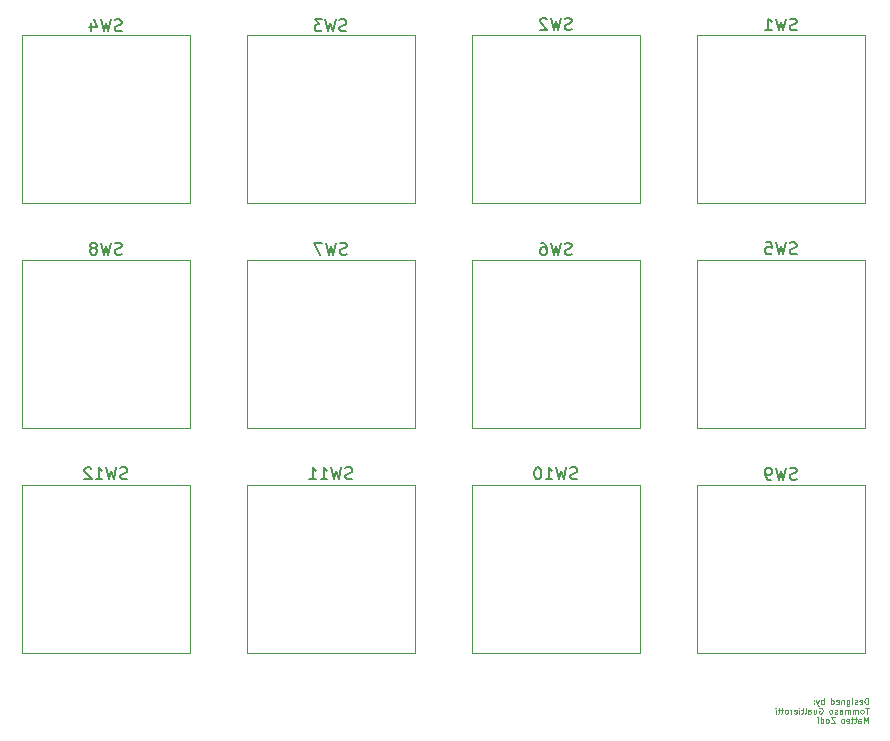
<source format=gbr>
%TF.GenerationSoftware,KiCad,Pcbnew,(6.0.10)*%
%TF.CreationDate,2023-01-10T16:59:13+01:00*%
%TF.ProjectId,rp2040_keyboard,72703230-3430-45f6-9b65-79626f617264,rev?*%
%TF.SameCoordinates,Original*%
%TF.FileFunction,Legend,Bot*%
%TF.FilePolarity,Positive*%
%FSLAX46Y46*%
G04 Gerber Fmt 4.6, Leading zero omitted, Abs format (unit mm)*
G04 Created by KiCad (PCBNEW (6.0.10)) date 2023-01-10 16:59:13*
%MOMM*%
%LPD*%
G01*
G04 APERTURE LIST*
%ADD10C,0.050000*%
%ADD11C,0.150000*%
%ADD12C,0.120000*%
G04 APERTURE END LIST*
D10*
X123952852Y-109250790D02*
X123952852Y-108750790D01*
X123833804Y-108750790D01*
X123762376Y-108774600D01*
X123714757Y-108822219D01*
X123690947Y-108869838D01*
X123667138Y-108965076D01*
X123667138Y-109036504D01*
X123690947Y-109131742D01*
X123714757Y-109179361D01*
X123762376Y-109226980D01*
X123833804Y-109250790D01*
X123952852Y-109250790D01*
X123262376Y-109226980D02*
X123309995Y-109250790D01*
X123405233Y-109250790D01*
X123452852Y-109226980D01*
X123476661Y-109179361D01*
X123476661Y-108988885D01*
X123452852Y-108941266D01*
X123405233Y-108917457D01*
X123309995Y-108917457D01*
X123262376Y-108941266D01*
X123238566Y-108988885D01*
X123238566Y-109036504D01*
X123476661Y-109084123D01*
X123048090Y-109226980D02*
X123000471Y-109250790D01*
X122905233Y-109250790D01*
X122857614Y-109226980D01*
X122833804Y-109179361D01*
X122833804Y-109155552D01*
X122857614Y-109107933D01*
X122905233Y-109084123D01*
X122976661Y-109084123D01*
X123024280Y-109060314D01*
X123048090Y-109012695D01*
X123048090Y-108988885D01*
X123024280Y-108941266D01*
X122976661Y-108917457D01*
X122905233Y-108917457D01*
X122857614Y-108941266D01*
X122619519Y-109250790D02*
X122619519Y-108917457D01*
X122619519Y-108750790D02*
X122643328Y-108774600D01*
X122619519Y-108798409D01*
X122595709Y-108774600D01*
X122619519Y-108750790D01*
X122619519Y-108798409D01*
X122167138Y-108917457D02*
X122167138Y-109322219D01*
X122190947Y-109369838D01*
X122214757Y-109393647D01*
X122262376Y-109417457D01*
X122333804Y-109417457D01*
X122381423Y-109393647D01*
X122167138Y-109226980D02*
X122214757Y-109250790D01*
X122309995Y-109250790D01*
X122357614Y-109226980D01*
X122381423Y-109203171D01*
X122405233Y-109155552D01*
X122405233Y-109012695D01*
X122381423Y-108965076D01*
X122357614Y-108941266D01*
X122309995Y-108917457D01*
X122214757Y-108917457D01*
X122167138Y-108941266D01*
X121929042Y-108917457D02*
X121929042Y-109250790D01*
X121929042Y-108965076D02*
X121905233Y-108941266D01*
X121857614Y-108917457D01*
X121786185Y-108917457D01*
X121738566Y-108941266D01*
X121714757Y-108988885D01*
X121714757Y-109250790D01*
X121286185Y-109226980D02*
X121333804Y-109250790D01*
X121429042Y-109250790D01*
X121476661Y-109226980D01*
X121500471Y-109179361D01*
X121500471Y-108988885D01*
X121476661Y-108941266D01*
X121429042Y-108917457D01*
X121333804Y-108917457D01*
X121286185Y-108941266D01*
X121262376Y-108988885D01*
X121262376Y-109036504D01*
X121500471Y-109084123D01*
X120833804Y-109250790D02*
X120833804Y-108750790D01*
X120833804Y-109226980D02*
X120881423Y-109250790D01*
X120976661Y-109250790D01*
X121024280Y-109226980D01*
X121048090Y-109203171D01*
X121071900Y-109155552D01*
X121071900Y-109012695D01*
X121048090Y-108965076D01*
X121024280Y-108941266D01*
X120976661Y-108917457D01*
X120881423Y-108917457D01*
X120833804Y-108941266D01*
X120214757Y-109250790D02*
X120214757Y-108750790D01*
X120214757Y-108941266D02*
X120167138Y-108917457D01*
X120071900Y-108917457D01*
X120024280Y-108941266D01*
X120000471Y-108965076D01*
X119976661Y-109012695D01*
X119976661Y-109155552D01*
X120000471Y-109203171D01*
X120024280Y-109226980D01*
X120071900Y-109250790D01*
X120167138Y-109250790D01*
X120214757Y-109226980D01*
X119809995Y-108917457D02*
X119690947Y-109250790D01*
X119571900Y-108917457D02*
X119690947Y-109250790D01*
X119738566Y-109369838D01*
X119762376Y-109393647D01*
X119809995Y-109417457D01*
X119381423Y-109203171D02*
X119357614Y-109226980D01*
X119381423Y-109250790D01*
X119405233Y-109226980D01*
X119381423Y-109203171D01*
X119381423Y-109250790D01*
X119381423Y-108941266D02*
X119357614Y-108965076D01*
X119381423Y-108988885D01*
X119405233Y-108965076D01*
X119381423Y-108941266D01*
X119381423Y-108988885D01*
X124024280Y-109555790D02*
X123738566Y-109555790D01*
X123881423Y-110055790D02*
X123881423Y-109555790D01*
X123500471Y-110055790D02*
X123548090Y-110031980D01*
X123571900Y-110008171D01*
X123595709Y-109960552D01*
X123595709Y-109817695D01*
X123571900Y-109770076D01*
X123548090Y-109746266D01*
X123500471Y-109722457D01*
X123429042Y-109722457D01*
X123381423Y-109746266D01*
X123357614Y-109770076D01*
X123333804Y-109817695D01*
X123333804Y-109960552D01*
X123357614Y-110008171D01*
X123381423Y-110031980D01*
X123429042Y-110055790D01*
X123500471Y-110055790D01*
X123119519Y-110055790D02*
X123119519Y-109722457D01*
X123119519Y-109770076D02*
X123095709Y-109746266D01*
X123048090Y-109722457D01*
X122976661Y-109722457D01*
X122929042Y-109746266D01*
X122905233Y-109793885D01*
X122905233Y-110055790D01*
X122905233Y-109793885D02*
X122881423Y-109746266D01*
X122833804Y-109722457D01*
X122762376Y-109722457D01*
X122714757Y-109746266D01*
X122690947Y-109793885D01*
X122690947Y-110055790D01*
X122452852Y-110055790D02*
X122452852Y-109722457D01*
X122452852Y-109770076D02*
X122429042Y-109746266D01*
X122381423Y-109722457D01*
X122309995Y-109722457D01*
X122262376Y-109746266D01*
X122238566Y-109793885D01*
X122238566Y-110055790D01*
X122238566Y-109793885D02*
X122214757Y-109746266D01*
X122167138Y-109722457D01*
X122095709Y-109722457D01*
X122048090Y-109746266D01*
X122024280Y-109793885D01*
X122024280Y-110055790D01*
X121571900Y-110055790D02*
X121571900Y-109793885D01*
X121595709Y-109746266D01*
X121643328Y-109722457D01*
X121738566Y-109722457D01*
X121786185Y-109746266D01*
X121571900Y-110031980D02*
X121619519Y-110055790D01*
X121738566Y-110055790D01*
X121786185Y-110031980D01*
X121809995Y-109984361D01*
X121809995Y-109936742D01*
X121786185Y-109889123D01*
X121738566Y-109865314D01*
X121619519Y-109865314D01*
X121571900Y-109841504D01*
X121357614Y-110031980D02*
X121309995Y-110055790D01*
X121214757Y-110055790D01*
X121167138Y-110031980D01*
X121143328Y-109984361D01*
X121143328Y-109960552D01*
X121167138Y-109912933D01*
X121214757Y-109889123D01*
X121286185Y-109889123D01*
X121333804Y-109865314D01*
X121357614Y-109817695D01*
X121357614Y-109793885D01*
X121333804Y-109746266D01*
X121286185Y-109722457D01*
X121214757Y-109722457D01*
X121167138Y-109746266D01*
X120857614Y-110055790D02*
X120905233Y-110031980D01*
X120929042Y-110008171D01*
X120952852Y-109960552D01*
X120952852Y-109817695D01*
X120929042Y-109770076D01*
X120905233Y-109746266D01*
X120857614Y-109722457D01*
X120786185Y-109722457D01*
X120738566Y-109746266D01*
X120714757Y-109770076D01*
X120690947Y-109817695D01*
X120690947Y-109960552D01*
X120714757Y-110008171D01*
X120738566Y-110031980D01*
X120786185Y-110055790D01*
X120857614Y-110055790D01*
X119833804Y-109579600D02*
X119881423Y-109555790D01*
X119952852Y-109555790D01*
X120024280Y-109579600D01*
X120071900Y-109627219D01*
X120095709Y-109674838D01*
X120119519Y-109770076D01*
X120119519Y-109841504D01*
X120095709Y-109936742D01*
X120071900Y-109984361D01*
X120024280Y-110031980D01*
X119952852Y-110055790D01*
X119905233Y-110055790D01*
X119833804Y-110031980D01*
X119809995Y-110008171D01*
X119809995Y-109841504D01*
X119905233Y-109841504D01*
X119381423Y-109722457D02*
X119381423Y-110055790D01*
X119595709Y-109722457D02*
X119595709Y-109984361D01*
X119571900Y-110031980D01*
X119524280Y-110055790D01*
X119452852Y-110055790D01*
X119405233Y-110031980D01*
X119381423Y-110008171D01*
X118929042Y-110055790D02*
X118929042Y-109793885D01*
X118952852Y-109746266D01*
X119000471Y-109722457D01*
X119095709Y-109722457D01*
X119143328Y-109746266D01*
X118929042Y-110031980D02*
X118976661Y-110055790D01*
X119095709Y-110055790D01*
X119143328Y-110031980D01*
X119167138Y-109984361D01*
X119167138Y-109936742D01*
X119143328Y-109889123D01*
X119095709Y-109865314D01*
X118976661Y-109865314D01*
X118929042Y-109841504D01*
X118619519Y-110055790D02*
X118667138Y-110031980D01*
X118690947Y-109984361D01*
X118690947Y-109555790D01*
X118500471Y-109722457D02*
X118309995Y-109722457D01*
X118429042Y-109555790D02*
X118429042Y-109984361D01*
X118405233Y-110031980D01*
X118357614Y-110055790D01*
X118309995Y-110055790D01*
X118143328Y-110055790D02*
X118143328Y-109722457D01*
X118143328Y-109555790D02*
X118167138Y-109579600D01*
X118143328Y-109603409D01*
X118119519Y-109579600D01*
X118143328Y-109555790D01*
X118143328Y-109603409D01*
X117714757Y-110031980D02*
X117762376Y-110055790D01*
X117857614Y-110055790D01*
X117905233Y-110031980D01*
X117929042Y-109984361D01*
X117929042Y-109793885D01*
X117905233Y-109746266D01*
X117857614Y-109722457D01*
X117762376Y-109722457D01*
X117714757Y-109746266D01*
X117690947Y-109793885D01*
X117690947Y-109841504D01*
X117929042Y-109889123D01*
X117476661Y-110055790D02*
X117476661Y-109722457D01*
X117476661Y-109817695D02*
X117452852Y-109770076D01*
X117429042Y-109746266D01*
X117381423Y-109722457D01*
X117333804Y-109722457D01*
X117095709Y-110055790D02*
X117143328Y-110031980D01*
X117167138Y-110008171D01*
X117190947Y-109960552D01*
X117190947Y-109817695D01*
X117167138Y-109770076D01*
X117143328Y-109746266D01*
X117095709Y-109722457D01*
X117024280Y-109722457D01*
X116976661Y-109746266D01*
X116952852Y-109770076D01*
X116929042Y-109817695D01*
X116929042Y-109960552D01*
X116952852Y-110008171D01*
X116976661Y-110031980D01*
X117024280Y-110055790D01*
X117095709Y-110055790D01*
X116786185Y-109722457D02*
X116595709Y-109722457D01*
X116714757Y-109555790D02*
X116714757Y-109984361D01*
X116690947Y-110031980D01*
X116643328Y-110055790D01*
X116595709Y-110055790D01*
X116500471Y-109722457D02*
X116309995Y-109722457D01*
X116429042Y-109555790D02*
X116429042Y-109984361D01*
X116405233Y-110031980D01*
X116357614Y-110055790D01*
X116309995Y-110055790D01*
X116143328Y-110055790D02*
X116143328Y-109722457D01*
X116143328Y-109555790D02*
X116167138Y-109579600D01*
X116143328Y-109603409D01*
X116119519Y-109579600D01*
X116143328Y-109555790D01*
X116143328Y-109603409D01*
X123952852Y-110860790D02*
X123952852Y-110360790D01*
X123786185Y-110717933D01*
X123619519Y-110360790D01*
X123619519Y-110860790D01*
X123167138Y-110860790D02*
X123167138Y-110598885D01*
X123190947Y-110551266D01*
X123238566Y-110527457D01*
X123333804Y-110527457D01*
X123381423Y-110551266D01*
X123167138Y-110836980D02*
X123214757Y-110860790D01*
X123333804Y-110860790D01*
X123381423Y-110836980D01*
X123405233Y-110789361D01*
X123405233Y-110741742D01*
X123381423Y-110694123D01*
X123333804Y-110670314D01*
X123214757Y-110670314D01*
X123167138Y-110646504D01*
X123000471Y-110527457D02*
X122809995Y-110527457D01*
X122929042Y-110360790D02*
X122929042Y-110789361D01*
X122905233Y-110836980D01*
X122857614Y-110860790D01*
X122809995Y-110860790D01*
X122714757Y-110527457D02*
X122524280Y-110527457D01*
X122643328Y-110360790D02*
X122643328Y-110789361D01*
X122619519Y-110836980D01*
X122571900Y-110860790D01*
X122524280Y-110860790D01*
X122167138Y-110836980D02*
X122214757Y-110860790D01*
X122309995Y-110860790D01*
X122357614Y-110836980D01*
X122381423Y-110789361D01*
X122381423Y-110598885D01*
X122357614Y-110551266D01*
X122309995Y-110527457D01*
X122214757Y-110527457D01*
X122167138Y-110551266D01*
X122143328Y-110598885D01*
X122143328Y-110646504D01*
X122381423Y-110694123D01*
X121857614Y-110860790D02*
X121905233Y-110836980D01*
X121929042Y-110813171D01*
X121952852Y-110765552D01*
X121952852Y-110622695D01*
X121929042Y-110575076D01*
X121905233Y-110551266D01*
X121857614Y-110527457D01*
X121786185Y-110527457D01*
X121738566Y-110551266D01*
X121714757Y-110575076D01*
X121690947Y-110622695D01*
X121690947Y-110765552D01*
X121714757Y-110813171D01*
X121738566Y-110836980D01*
X121786185Y-110860790D01*
X121857614Y-110860790D01*
X121143328Y-110360790D02*
X120809995Y-110360790D01*
X121143328Y-110860790D01*
X120809995Y-110860790D01*
X120548090Y-110860790D02*
X120595709Y-110836980D01*
X120619519Y-110813171D01*
X120643328Y-110765552D01*
X120643328Y-110622695D01*
X120619519Y-110575076D01*
X120595709Y-110551266D01*
X120548090Y-110527457D01*
X120476661Y-110527457D01*
X120429042Y-110551266D01*
X120405233Y-110575076D01*
X120381423Y-110622695D01*
X120381423Y-110765552D01*
X120405233Y-110813171D01*
X120429042Y-110836980D01*
X120476661Y-110860790D01*
X120548090Y-110860790D01*
X119952852Y-110860790D02*
X119952852Y-110360790D01*
X119952852Y-110836980D02*
X120000471Y-110860790D01*
X120095709Y-110860790D01*
X120143328Y-110836980D01*
X120167138Y-110813171D01*
X120190947Y-110765552D01*
X120190947Y-110622695D01*
X120167138Y-110575076D01*
X120143328Y-110551266D01*
X120095709Y-110527457D01*
X120000471Y-110527457D01*
X119952852Y-110551266D01*
X119714757Y-110860790D02*
X119714757Y-110527457D01*
X119714757Y-110360790D02*
X119738566Y-110384600D01*
X119714757Y-110408409D01*
X119690947Y-110384600D01*
X119714757Y-110360790D01*
X119714757Y-110408409D01*
D11*
%TO.C,SW1*%
X117919333Y-52169961D02*
X117776476Y-52217580D01*
X117538380Y-52217580D01*
X117443142Y-52169961D01*
X117395523Y-52122342D01*
X117347904Y-52027104D01*
X117347904Y-51931866D01*
X117395523Y-51836628D01*
X117443142Y-51789009D01*
X117538380Y-51741390D01*
X117728857Y-51693771D01*
X117824095Y-51646152D01*
X117871714Y-51598533D01*
X117919333Y-51503295D01*
X117919333Y-51408057D01*
X117871714Y-51312819D01*
X117824095Y-51265200D01*
X117728857Y-51217580D01*
X117490761Y-51217580D01*
X117347904Y-51265200D01*
X117014571Y-51217580D02*
X116776476Y-52217580D01*
X116586000Y-51503295D01*
X116395523Y-52217580D01*
X116157428Y-51217580D01*
X115252666Y-52217580D02*
X115824095Y-52217580D01*
X115538380Y-52217580D02*
X115538380Y-51217580D01*
X115633619Y-51360438D01*
X115728857Y-51455676D01*
X115824095Y-51503295D01*
%TO.C,SW7*%
X79819333Y-71144761D02*
X79676476Y-71192380D01*
X79438380Y-71192380D01*
X79343142Y-71144761D01*
X79295523Y-71097142D01*
X79247904Y-71001904D01*
X79247904Y-70906666D01*
X79295523Y-70811428D01*
X79343142Y-70763809D01*
X79438380Y-70716190D01*
X79628857Y-70668571D01*
X79724095Y-70620952D01*
X79771714Y-70573333D01*
X79819333Y-70478095D01*
X79819333Y-70382857D01*
X79771714Y-70287619D01*
X79724095Y-70240000D01*
X79628857Y-70192380D01*
X79390761Y-70192380D01*
X79247904Y-70240000D01*
X78914571Y-70192380D02*
X78676476Y-71192380D01*
X78486000Y-70478095D01*
X78295523Y-71192380D01*
X78057428Y-70192380D01*
X77771714Y-70192380D02*
X77105047Y-70192380D01*
X77533619Y-71192380D01*
%TO.C,SW5*%
X117919333Y-71118361D02*
X117776476Y-71165980D01*
X117538380Y-71165980D01*
X117443142Y-71118361D01*
X117395523Y-71070742D01*
X117347904Y-70975504D01*
X117347904Y-70880266D01*
X117395523Y-70785028D01*
X117443142Y-70737409D01*
X117538380Y-70689790D01*
X117728857Y-70642171D01*
X117824095Y-70594552D01*
X117871714Y-70546933D01*
X117919333Y-70451695D01*
X117919333Y-70356457D01*
X117871714Y-70261219D01*
X117824095Y-70213600D01*
X117728857Y-70165980D01*
X117490761Y-70165980D01*
X117347904Y-70213600D01*
X117014571Y-70165980D02*
X116776476Y-71165980D01*
X116586000Y-70451695D01*
X116395523Y-71165980D01*
X116157428Y-70165980D01*
X115300285Y-70165980D02*
X115776476Y-70165980D01*
X115824095Y-70642171D01*
X115776476Y-70594552D01*
X115681238Y-70546933D01*
X115443142Y-70546933D01*
X115347904Y-70594552D01*
X115300285Y-70642171D01*
X115252666Y-70737409D01*
X115252666Y-70975504D01*
X115300285Y-71070742D01*
X115347904Y-71118361D01*
X115443142Y-71165980D01*
X115681238Y-71165980D01*
X115776476Y-71118361D01*
X115824095Y-71070742D01*
%TO.C,SW2*%
X98869333Y-52119161D02*
X98726476Y-52166780D01*
X98488380Y-52166780D01*
X98393142Y-52119161D01*
X98345523Y-52071542D01*
X98297904Y-51976304D01*
X98297904Y-51881066D01*
X98345523Y-51785828D01*
X98393142Y-51738209D01*
X98488380Y-51690590D01*
X98678857Y-51642971D01*
X98774095Y-51595352D01*
X98821714Y-51547733D01*
X98869333Y-51452495D01*
X98869333Y-51357257D01*
X98821714Y-51262019D01*
X98774095Y-51214400D01*
X98678857Y-51166780D01*
X98440761Y-51166780D01*
X98297904Y-51214400D01*
X97964571Y-51166780D02*
X97726476Y-52166780D01*
X97536000Y-51452495D01*
X97345523Y-52166780D01*
X97107428Y-51166780D01*
X96774095Y-51262019D02*
X96726476Y-51214400D01*
X96631238Y-51166780D01*
X96393142Y-51166780D01*
X96297904Y-51214400D01*
X96250285Y-51262019D01*
X96202666Y-51357257D01*
X96202666Y-51452495D01*
X96250285Y-51595352D01*
X96821714Y-52166780D01*
X96202666Y-52166780D01*
%TO.C,SW6*%
X98869333Y-71169161D02*
X98726476Y-71216780D01*
X98488380Y-71216780D01*
X98393142Y-71169161D01*
X98345523Y-71121542D01*
X98297904Y-71026304D01*
X98297904Y-70931066D01*
X98345523Y-70835828D01*
X98393142Y-70788209D01*
X98488380Y-70740590D01*
X98678857Y-70692971D01*
X98774095Y-70645352D01*
X98821714Y-70597733D01*
X98869333Y-70502495D01*
X98869333Y-70407257D01*
X98821714Y-70312019D01*
X98774095Y-70264400D01*
X98678857Y-70216780D01*
X98440761Y-70216780D01*
X98297904Y-70264400D01*
X97964571Y-70216780D02*
X97726476Y-71216780D01*
X97536000Y-70502495D01*
X97345523Y-71216780D01*
X97107428Y-70216780D01*
X96297904Y-70216780D02*
X96488380Y-70216780D01*
X96583619Y-70264400D01*
X96631238Y-70312019D01*
X96726476Y-70454876D01*
X96774095Y-70645352D01*
X96774095Y-71026304D01*
X96726476Y-71121542D01*
X96678857Y-71169161D01*
X96583619Y-71216780D01*
X96393142Y-71216780D01*
X96297904Y-71169161D01*
X96250285Y-71121542D01*
X96202666Y-71026304D01*
X96202666Y-70788209D01*
X96250285Y-70692971D01*
X96297904Y-70645352D01*
X96393142Y-70597733D01*
X96583619Y-70597733D01*
X96678857Y-70645352D01*
X96726476Y-70692971D01*
X96774095Y-70788209D01*
%TO.C,SW10*%
X99345523Y-90168361D02*
X99202666Y-90215980D01*
X98964571Y-90215980D01*
X98869333Y-90168361D01*
X98821714Y-90120742D01*
X98774095Y-90025504D01*
X98774095Y-89930266D01*
X98821714Y-89835028D01*
X98869333Y-89787409D01*
X98964571Y-89739790D01*
X99155047Y-89692171D01*
X99250285Y-89644552D01*
X99297904Y-89596933D01*
X99345523Y-89501695D01*
X99345523Y-89406457D01*
X99297904Y-89311219D01*
X99250285Y-89263600D01*
X99155047Y-89215980D01*
X98916952Y-89215980D01*
X98774095Y-89263600D01*
X98440761Y-89215980D02*
X98202666Y-90215980D01*
X98012190Y-89501695D01*
X97821714Y-90215980D01*
X97583619Y-89215980D01*
X96678857Y-90215980D02*
X97250285Y-90215980D01*
X96964571Y-90215980D02*
X96964571Y-89215980D01*
X97059809Y-89358838D01*
X97155047Y-89454076D01*
X97250285Y-89501695D01*
X96059809Y-89215980D02*
X95964571Y-89215980D01*
X95869333Y-89263600D01*
X95821714Y-89311219D01*
X95774095Y-89406457D01*
X95726476Y-89596933D01*
X95726476Y-89835028D01*
X95774095Y-90025504D01*
X95821714Y-90120742D01*
X95869333Y-90168361D01*
X95964571Y-90215980D01*
X96059809Y-90215980D01*
X96155047Y-90168361D01*
X96202666Y-90120742D01*
X96250285Y-90025504D01*
X96297904Y-89835028D01*
X96297904Y-89596933D01*
X96250285Y-89406457D01*
X96202666Y-89311219D01*
X96155047Y-89263600D01*
X96059809Y-89215980D01*
%TO.C,SW8*%
X60769333Y-71143761D02*
X60626476Y-71191380D01*
X60388380Y-71191380D01*
X60293142Y-71143761D01*
X60245523Y-71096142D01*
X60197904Y-71000904D01*
X60197904Y-70905666D01*
X60245523Y-70810428D01*
X60293142Y-70762809D01*
X60388380Y-70715190D01*
X60578857Y-70667571D01*
X60674095Y-70619952D01*
X60721714Y-70572333D01*
X60769333Y-70477095D01*
X60769333Y-70381857D01*
X60721714Y-70286619D01*
X60674095Y-70239000D01*
X60578857Y-70191380D01*
X60340761Y-70191380D01*
X60197904Y-70239000D01*
X59864571Y-70191380D02*
X59626476Y-71191380D01*
X59436000Y-70477095D01*
X59245523Y-71191380D01*
X59007428Y-70191380D01*
X58483619Y-70619952D02*
X58578857Y-70572333D01*
X58626476Y-70524714D01*
X58674095Y-70429476D01*
X58674095Y-70381857D01*
X58626476Y-70286619D01*
X58578857Y-70239000D01*
X58483619Y-70191380D01*
X58293142Y-70191380D01*
X58197904Y-70239000D01*
X58150285Y-70286619D01*
X58102666Y-70381857D01*
X58102666Y-70429476D01*
X58150285Y-70524714D01*
X58197904Y-70572333D01*
X58293142Y-70619952D01*
X58483619Y-70619952D01*
X58578857Y-70667571D01*
X58626476Y-70715190D01*
X58674095Y-70810428D01*
X58674095Y-71000904D01*
X58626476Y-71096142D01*
X58578857Y-71143761D01*
X58483619Y-71191380D01*
X58293142Y-71191380D01*
X58197904Y-71143761D01*
X58150285Y-71096142D01*
X58102666Y-71000904D01*
X58102666Y-70810428D01*
X58150285Y-70715190D01*
X58197904Y-70667571D01*
X58293142Y-70619952D01*
%TO.C,SW11*%
X80295523Y-90168361D02*
X80152666Y-90215980D01*
X79914571Y-90215980D01*
X79819333Y-90168361D01*
X79771714Y-90120742D01*
X79724095Y-90025504D01*
X79724095Y-89930266D01*
X79771714Y-89835028D01*
X79819333Y-89787409D01*
X79914571Y-89739790D01*
X80105047Y-89692171D01*
X80200285Y-89644552D01*
X80247904Y-89596933D01*
X80295523Y-89501695D01*
X80295523Y-89406457D01*
X80247904Y-89311219D01*
X80200285Y-89263600D01*
X80105047Y-89215980D01*
X79866952Y-89215980D01*
X79724095Y-89263600D01*
X79390761Y-89215980D02*
X79152666Y-90215980D01*
X78962190Y-89501695D01*
X78771714Y-90215980D01*
X78533619Y-89215980D01*
X77628857Y-90215980D02*
X78200285Y-90215980D01*
X77914571Y-90215980D02*
X77914571Y-89215980D01*
X78009809Y-89358838D01*
X78105047Y-89454076D01*
X78200285Y-89501695D01*
X76676476Y-90215980D02*
X77247904Y-90215980D01*
X76962190Y-90215980D02*
X76962190Y-89215980D01*
X77057428Y-89358838D01*
X77152666Y-89454076D01*
X77247904Y-89501695D01*
%TO.C,SW9*%
X117919333Y-90193761D02*
X117776476Y-90241380D01*
X117538380Y-90241380D01*
X117443142Y-90193761D01*
X117395523Y-90146142D01*
X117347904Y-90050904D01*
X117347904Y-89955666D01*
X117395523Y-89860428D01*
X117443142Y-89812809D01*
X117538380Y-89765190D01*
X117728857Y-89717571D01*
X117824095Y-89669952D01*
X117871714Y-89622333D01*
X117919333Y-89527095D01*
X117919333Y-89431857D01*
X117871714Y-89336619D01*
X117824095Y-89289000D01*
X117728857Y-89241380D01*
X117490761Y-89241380D01*
X117347904Y-89289000D01*
X117014571Y-89241380D02*
X116776476Y-90241380D01*
X116586000Y-89527095D01*
X116395523Y-90241380D01*
X116157428Y-89241380D01*
X115728857Y-90241380D02*
X115538380Y-90241380D01*
X115443142Y-90193761D01*
X115395523Y-90146142D01*
X115300285Y-90003285D01*
X115252666Y-89812809D01*
X115252666Y-89431857D01*
X115300285Y-89336619D01*
X115347904Y-89289000D01*
X115443142Y-89241380D01*
X115633619Y-89241380D01*
X115728857Y-89289000D01*
X115776476Y-89336619D01*
X115824095Y-89431857D01*
X115824095Y-89669952D01*
X115776476Y-89765190D01*
X115728857Y-89812809D01*
X115633619Y-89860428D01*
X115443142Y-89860428D01*
X115347904Y-89812809D01*
X115300285Y-89765190D01*
X115252666Y-89669952D01*
%TO.C,SW12*%
X61245523Y-90168361D02*
X61102666Y-90215980D01*
X60864571Y-90215980D01*
X60769333Y-90168361D01*
X60721714Y-90120742D01*
X60674095Y-90025504D01*
X60674095Y-89930266D01*
X60721714Y-89835028D01*
X60769333Y-89787409D01*
X60864571Y-89739790D01*
X61055047Y-89692171D01*
X61150285Y-89644552D01*
X61197904Y-89596933D01*
X61245523Y-89501695D01*
X61245523Y-89406457D01*
X61197904Y-89311219D01*
X61150285Y-89263600D01*
X61055047Y-89215980D01*
X60816952Y-89215980D01*
X60674095Y-89263600D01*
X60340761Y-89215980D02*
X60102666Y-90215980D01*
X59912190Y-89501695D01*
X59721714Y-90215980D01*
X59483619Y-89215980D01*
X58578857Y-90215980D02*
X59150285Y-90215980D01*
X58864571Y-90215980D02*
X58864571Y-89215980D01*
X58959809Y-89358838D01*
X59055047Y-89454076D01*
X59150285Y-89501695D01*
X58197904Y-89311219D02*
X58150285Y-89263600D01*
X58055047Y-89215980D01*
X57816952Y-89215980D01*
X57721714Y-89263600D01*
X57674095Y-89311219D01*
X57626476Y-89406457D01*
X57626476Y-89501695D01*
X57674095Y-89644552D01*
X58245523Y-90215980D01*
X57626476Y-90215980D01*
%TO.C,SW4*%
X60769333Y-52246161D02*
X60626476Y-52293780D01*
X60388380Y-52293780D01*
X60293142Y-52246161D01*
X60245523Y-52198542D01*
X60197904Y-52103304D01*
X60197904Y-52008066D01*
X60245523Y-51912828D01*
X60293142Y-51865209D01*
X60388380Y-51817590D01*
X60578857Y-51769971D01*
X60674095Y-51722352D01*
X60721714Y-51674733D01*
X60769333Y-51579495D01*
X60769333Y-51484257D01*
X60721714Y-51389019D01*
X60674095Y-51341400D01*
X60578857Y-51293780D01*
X60340761Y-51293780D01*
X60197904Y-51341400D01*
X59864571Y-51293780D02*
X59626476Y-52293780D01*
X59436000Y-51579495D01*
X59245523Y-52293780D01*
X59007428Y-51293780D01*
X58197904Y-51627114D02*
X58197904Y-52293780D01*
X58436000Y-51246161D02*
X58674095Y-51960447D01*
X58055047Y-51960447D01*
%TO.C,SW3*%
X79793933Y-52246161D02*
X79651076Y-52293780D01*
X79412980Y-52293780D01*
X79317742Y-52246161D01*
X79270123Y-52198542D01*
X79222504Y-52103304D01*
X79222504Y-52008066D01*
X79270123Y-51912828D01*
X79317742Y-51865209D01*
X79412980Y-51817590D01*
X79603457Y-51769971D01*
X79698695Y-51722352D01*
X79746314Y-51674733D01*
X79793933Y-51579495D01*
X79793933Y-51484257D01*
X79746314Y-51389019D01*
X79698695Y-51341400D01*
X79603457Y-51293780D01*
X79365361Y-51293780D01*
X79222504Y-51341400D01*
X78889171Y-51293780D02*
X78651076Y-52293780D01*
X78460600Y-51579495D01*
X78270123Y-52293780D01*
X78032028Y-51293780D01*
X77746314Y-51293780D02*
X77127266Y-51293780D01*
X77460600Y-51674733D01*
X77317742Y-51674733D01*
X77222504Y-51722352D01*
X77174885Y-51769971D01*
X77127266Y-51865209D01*
X77127266Y-52103304D01*
X77174885Y-52198542D01*
X77222504Y-52246161D01*
X77317742Y-52293780D01*
X77603457Y-52293780D01*
X77698695Y-52246161D01*
X77746314Y-52198542D01*
D12*
%TO.C,SW1*%
X109486000Y-66790000D02*
X109486000Y-52590000D01*
X123686000Y-52590000D02*
X123686000Y-66790000D01*
X123686000Y-66790000D02*
X109486000Y-66790000D01*
X109486000Y-52590000D02*
X123686000Y-52590000D01*
%TO.C,SW7*%
X85586000Y-85840000D02*
X71386000Y-85840000D01*
X71386000Y-71640000D02*
X85586000Y-71640000D01*
X71386000Y-85840000D02*
X71386000Y-71640000D01*
X85586000Y-71640000D02*
X85586000Y-85840000D01*
%TO.C,SW5*%
X109486000Y-71640000D02*
X123686000Y-71640000D01*
X123686000Y-71640000D02*
X123686000Y-85840000D01*
X123686000Y-85840000D02*
X109486000Y-85840000D01*
X109486000Y-85840000D02*
X109486000Y-71640000D01*
%TO.C,SW2*%
X104636000Y-52590000D02*
X104636000Y-66790000D01*
X90436000Y-66790000D02*
X90436000Y-52590000D01*
X104636000Y-66790000D02*
X90436000Y-66790000D01*
X90436000Y-52590000D02*
X104636000Y-52590000D01*
%TO.C,SW6*%
X104636000Y-85840000D02*
X90436000Y-85840000D01*
X104636000Y-71640000D02*
X104636000Y-85840000D01*
X90436000Y-85840000D02*
X90436000Y-71640000D01*
X90436000Y-71640000D02*
X104636000Y-71640000D01*
%TO.C,SW10*%
X104636000Y-104890000D02*
X90436000Y-104890000D01*
X104636000Y-90690000D02*
X104636000Y-104890000D01*
X90436000Y-104890000D02*
X90436000Y-90690000D01*
X90436000Y-90690000D02*
X104636000Y-90690000D01*
%TO.C,SW8*%
X66536000Y-71640000D02*
X66536000Y-85840000D01*
X52336000Y-71640000D02*
X66536000Y-71640000D01*
X52336000Y-85840000D02*
X52336000Y-71640000D01*
X66536000Y-85840000D02*
X52336000Y-85840000D01*
%TO.C,SW11*%
X71386000Y-104890000D02*
X71386000Y-90690000D01*
X85586000Y-90690000D02*
X85586000Y-104890000D01*
X85586000Y-104890000D02*
X71386000Y-104890000D01*
X71386000Y-90690000D02*
X85586000Y-90690000D01*
%TO.C,SW9*%
X109486000Y-90690000D02*
X123686000Y-90690000D01*
X123686000Y-90690000D02*
X123686000Y-104890000D01*
X109486000Y-104890000D02*
X109486000Y-90690000D01*
X123686000Y-104890000D02*
X109486000Y-104890000D01*
%TO.C,SW12*%
X52336000Y-90690000D02*
X66536000Y-90690000D01*
X52336000Y-104890000D02*
X52336000Y-90690000D01*
X66536000Y-90690000D02*
X66536000Y-104890000D01*
X66536000Y-104890000D02*
X52336000Y-104890000D01*
%TO.C,SW4*%
X66536000Y-66790000D02*
X52336000Y-66790000D01*
X52336000Y-52590000D02*
X66536000Y-52590000D01*
X52336000Y-66790000D02*
X52336000Y-52590000D01*
X66536000Y-52590000D02*
X66536000Y-66790000D01*
%TO.C,SW3*%
X85586000Y-66790000D02*
X71386000Y-66790000D01*
X71386000Y-66790000D02*
X71386000Y-52590000D01*
X71386000Y-52590000D02*
X85586000Y-52590000D01*
X85586000Y-52590000D02*
X85586000Y-66790000D01*
%TD*%
M02*

</source>
